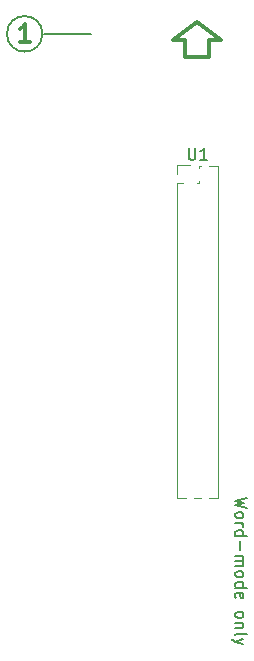
<source format=gbr>
%TF.GenerationSoftware,KiCad,Pcbnew,(6.0.1)*%
%TF.CreationDate,2022-07-30T21:00:21-07:00*%
%TF.ProjectId,M27C322-to-KM23C32000AG-adapter,4d323743-3332-4322-9d74-6f2d4b4d3233,rev?*%
%TF.SameCoordinates,Original*%
%TF.FileFunction,Legend,Top*%
%TF.FilePolarity,Positive*%
%FSLAX46Y46*%
G04 Gerber Fmt 4.6, Leading zero omitted, Abs format (unit mm)*
G04 Created by KiCad (PCBNEW (6.0.1)) date 2022-07-30 21:00:21*
%MOMM*%
%LPD*%
G01*
G04 APERTURE LIST*
%ADD10C,0.150000*%
%ADD11C,0.300000*%
%ADD12C,0.350000*%
%ADD13C,0.120000*%
%ADD14R,1.000000X1.000000*%
%ADD15O,1.000000X1.000000*%
%ADD16R,1.700000X1.700000*%
%ADD17O,1.700000X1.700000*%
G04 APERTURE END LIST*
D10*
X131390000Y-55460000D02*
G75*
G03*
X131390000Y-55460000I-1500000J0D01*
G01*
D11*
X146490000Y-55960000D02*
X145490000Y-55960000D01*
X145490000Y-55960000D02*
X145490000Y-57460000D01*
X145490000Y-57460000D02*
X143490000Y-57460000D01*
X143490000Y-57460000D02*
X143490000Y-55960000D01*
X143490000Y-55960000D02*
X142490000Y-55960000D01*
X142490000Y-55960000D02*
X144490000Y-54460000D01*
X144490000Y-54460000D02*
X146490000Y-55960000D01*
D10*
X135490000Y-55460000D02*
X131490000Y-55460000D01*
D12*
X130318571Y-56138571D02*
X129461428Y-56138571D01*
X129890000Y-56138571D02*
X129890000Y-54638571D01*
X129747142Y-54852857D01*
X129604285Y-54995714D01*
X129461428Y-55067142D01*
D10*
X148737619Y-94769523D02*
X147737619Y-95007619D01*
X148451904Y-95198095D01*
X147737619Y-95388571D01*
X148737619Y-95626666D01*
X147737619Y-96150476D02*
X147785238Y-96055238D01*
X147832857Y-96007619D01*
X147928095Y-95960000D01*
X148213809Y-95960000D01*
X148309047Y-96007619D01*
X148356666Y-96055238D01*
X148404285Y-96150476D01*
X148404285Y-96293333D01*
X148356666Y-96388571D01*
X148309047Y-96436190D01*
X148213809Y-96483809D01*
X147928095Y-96483809D01*
X147832857Y-96436190D01*
X147785238Y-96388571D01*
X147737619Y-96293333D01*
X147737619Y-96150476D01*
X147737619Y-96912380D02*
X148404285Y-96912380D01*
X148213809Y-96912380D02*
X148309047Y-96960000D01*
X148356666Y-97007619D01*
X148404285Y-97102857D01*
X148404285Y-97198095D01*
X147737619Y-97960000D02*
X148737619Y-97960000D01*
X147785238Y-97960000D02*
X147737619Y-97864761D01*
X147737619Y-97674285D01*
X147785238Y-97579047D01*
X147832857Y-97531428D01*
X147928095Y-97483809D01*
X148213809Y-97483809D01*
X148309047Y-97531428D01*
X148356666Y-97579047D01*
X148404285Y-97674285D01*
X148404285Y-97864761D01*
X148356666Y-97960000D01*
X148118571Y-98436190D02*
X148118571Y-99198095D01*
X147737619Y-99674285D02*
X148404285Y-99674285D01*
X148309047Y-99674285D02*
X148356666Y-99721904D01*
X148404285Y-99817142D01*
X148404285Y-99960000D01*
X148356666Y-100055238D01*
X148261428Y-100102857D01*
X147737619Y-100102857D01*
X148261428Y-100102857D02*
X148356666Y-100150476D01*
X148404285Y-100245714D01*
X148404285Y-100388571D01*
X148356666Y-100483809D01*
X148261428Y-100531428D01*
X147737619Y-100531428D01*
X147737619Y-101150476D02*
X147785238Y-101055238D01*
X147832857Y-101007619D01*
X147928095Y-100960000D01*
X148213809Y-100960000D01*
X148309047Y-101007619D01*
X148356666Y-101055238D01*
X148404285Y-101150476D01*
X148404285Y-101293333D01*
X148356666Y-101388571D01*
X148309047Y-101436190D01*
X148213809Y-101483809D01*
X147928095Y-101483809D01*
X147832857Y-101436190D01*
X147785238Y-101388571D01*
X147737619Y-101293333D01*
X147737619Y-101150476D01*
X147737619Y-102340952D02*
X148737619Y-102340952D01*
X147785238Y-102340952D02*
X147737619Y-102245714D01*
X147737619Y-102055238D01*
X147785238Y-101960000D01*
X147832857Y-101912380D01*
X147928095Y-101864761D01*
X148213809Y-101864761D01*
X148309047Y-101912380D01*
X148356666Y-101960000D01*
X148404285Y-102055238D01*
X148404285Y-102245714D01*
X148356666Y-102340952D01*
X147785238Y-103198095D02*
X147737619Y-103102857D01*
X147737619Y-102912380D01*
X147785238Y-102817142D01*
X147880476Y-102769523D01*
X148261428Y-102769523D01*
X148356666Y-102817142D01*
X148404285Y-102912380D01*
X148404285Y-103102857D01*
X148356666Y-103198095D01*
X148261428Y-103245714D01*
X148166190Y-103245714D01*
X148070952Y-102769523D01*
X147737619Y-104579047D02*
X147785238Y-104483809D01*
X147832857Y-104436190D01*
X147928095Y-104388571D01*
X148213809Y-104388571D01*
X148309047Y-104436190D01*
X148356666Y-104483809D01*
X148404285Y-104579047D01*
X148404285Y-104721904D01*
X148356666Y-104817142D01*
X148309047Y-104864761D01*
X148213809Y-104912380D01*
X147928095Y-104912380D01*
X147832857Y-104864761D01*
X147785238Y-104817142D01*
X147737619Y-104721904D01*
X147737619Y-104579047D01*
X148404285Y-105340952D02*
X147737619Y-105340952D01*
X148309047Y-105340952D02*
X148356666Y-105388571D01*
X148404285Y-105483809D01*
X148404285Y-105626666D01*
X148356666Y-105721904D01*
X148261428Y-105769523D01*
X147737619Y-105769523D01*
X147737619Y-106388571D02*
X147785238Y-106293333D01*
X147880476Y-106245714D01*
X148737619Y-106245714D01*
X148404285Y-106674285D02*
X147737619Y-106912380D01*
X148404285Y-107150476D02*
X147737619Y-106912380D01*
X147499523Y-106817142D01*
X147451904Y-106769523D01*
X147404285Y-106674285D01*
%TO.C,U1*%
X143763095Y-65117380D02*
X143763095Y-65926904D01*
X143810714Y-66022142D01*
X143858333Y-66069761D01*
X143953571Y-66117380D01*
X144144047Y-66117380D01*
X144239285Y-66069761D01*
X144286904Y-66022142D01*
X144334523Y-65926904D01*
X144334523Y-65117380D01*
X145334523Y-66117380D02*
X144763095Y-66117380D01*
X145048809Y-66117380D02*
X145048809Y-65117380D01*
X144953571Y-65260238D01*
X144858333Y-65355476D01*
X144763095Y-65403095D01*
D13*
X145467530Y-66665000D02*
X146290000Y-66665000D01*
X144650000Y-66665000D02*
X144852470Y-66665000D01*
X142760000Y-67360000D02*
X142760000Y-66600000D01*
X144197530Y-94725000D02*
X144852470Y-94725000D01*
X146290000Y-66665000D02*
X146290000Y-94725000D01*
X142760000Y-94725000D02*
X143582470Y-94725000D01*
X144650000Y-68066529D02*
X144650000Y-67923471D01*
X144650000Y-66796529D02*
X144650000Y-66665000D01*
X142760000Y-68120000D02*
X143326529Y-68120000D01*
X142760000Y-66600000D02*
X143890000Y-66600000D01*
X144453471Y-68120000D02*
X144596529Y-68120000D01*
X142760000Y-68120000D02*
X142760000Y-94725000D01*
X145467530Y-94725000D02*
X146290000Y-94725000D01*
%TD*%
%LPC*%
D14*
%TO.C,U1*%
X143890000Y-67360000D03*
D15*
X145160000Y-67360000D03*
X143890000Y-68630000D03*
X145160000Y-68630000D03*
X143890000Y-69900000D03*
X145160000Y-69900000D03*
X143890000Y-71170000D03*
X145160000Y-71170000D03*
X143890000Y-72440000D03*
X145160000Y-72440000D03*
X143890000Y-73710000D03*
X145160000Y-73710000D03*
X143890000Y-74980000D03*
X145160000Y-74980000D03*
X143890000Y-76250000D03*
X145160000Y-76250000D03*
X143890000Y-77520000D03*
X145160000Y-77520000D03*
X143890000Y-78790000D03*
X145160000Y-78790000D03*
X143890000Y-80060000D03*
X145160000Y-80060000D03*
X143890000Y-81330000D03*
X145160000Y-81330000D03*
X143890000Y-82600000D03*
X145160000Y-82600000D03*
X143890000Y-83870000D03*
X145160000Y-83870000D03*
X143890000Y-85140000D03*
X145160000Y-85140000D03*
X143890000Y-86410000D03*
X145160000Y-86410000D03*
X143890000Y-87680000D03*
X145160000Y-87680000D03*
X143890000Y-88950000D03*
X145160000Y-88950000D03*
X143890000Y-90220000D03*
X145160000Y-90220000D03*
X143890000Y-91490000D03*
X145160000Y-91490000D03*
X143890000Y-92760000D03*
X145160000Y-92760000D03*
X143890000Y-94030000D03*
X145160000Y-94030000D03*
%TD*%
D16*
%TO.C,U2*%
X136842000Y-55508000D03*
D17*
X136842000Y-58048000D03*
X136842000Y-60588000D03*
X136842000Y-63128000D03*
X136842000Y-65668000D03*
X136842000Y-68208000D03*
X136842000Y-70748000D03*
X136842000Y-73288000D03*
X136842000Y-75828000D03*
X136842000Y-78368000D03*
X136842000Y-80908000D03*
X136842000Y-83448000D03*
X136842000Y-85988000D03*
X136842000Y-88528000D03*
X136842000Y-91068000D03*
X136842000Y-93608000D03*
X136842000Y-96148000D03*
X136842000Y-98688000D03*
X136842000Y-101228000D03*
X136842000Y-103768000D03*
X136842000Y-106308000D03*
X152082000Y-106308000D03*
X152082000Y-103768000D03*
X152082000Y-101228000D03*
X152082000Y-98688000D03*
X152082000Y-96148000D03*
X152082000Y-93608000D03*
X152082000Y-91068000D03*
X152082000Y-88528000D03*
X152082000Y-85988000D03*
X152082000Y-83448000D03*
X152082000Y-80908000D03*
X152082000Y-78368000D03*
X152082000Y-75828000D03*
X152082000Y-73288000D03*
X152082000Y-70748000D03*
X152082000Y-68208000D03*
X152082000Y-65668000D03*
X152082000Y-63128000D03*
X152082000Y-60588000D03*
X152082000Y-58048000D03*
X152082000Y-55508000D03*
%TD*%
M02*

</source>
